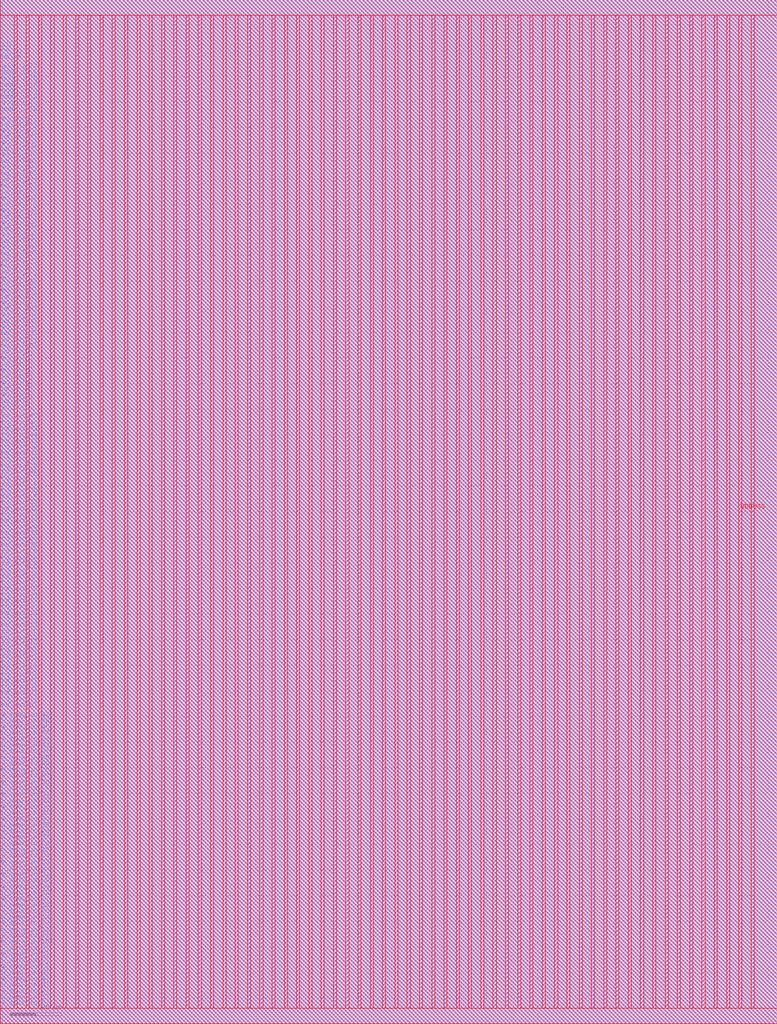
<source format=lef>
VERSION 5.7 ;
BUSBITCHARS "[]" ;
MACRO fakeram130_256x48
  FOREIGN fakeram130_256x48 0 0 ;
  SYMMETRY X Y R90 ;
  SIZE 303.600 BY 399.840 ;
  CLASS BLOCK ;
  PIN w_mask_in[0]
    DIRECTION INPUT ;
    USE SIGNAL ;
    SHAPE ABUTMENT ;
    PORT
      LAYER met3 ;
      RECT 0.000 5.850 0.800 6.150 ;
    END
  END w_mask_in[0]
  PIN w_mask_in[1]
    DIRECTION INPUT ;
    USE SIGNAL ;
    SHAPE ABUTMENT ;
    PORT
      LAYER met3 ;
      RECT 0.000 8.250 0.800 8.550 ;
    END
  END w_mask_in[1]
  PIN w_mask_in[2]
    DIRECTION INPUT ;
    USE SIGNAL ;
    SHAPE ABUTMENT ;
    PORT
      LAYER met3 ;
      RECT 0.000 10.650 0.800 10.950 ;
    END
  END w_mask_in[2]
  PIN w_mask_in[3]
    DIRECTION INPUT ;
    USE SIGNAL ;
    SHAPE ABUTMENT ;
    PORT
      LAYER met3 ;
      RECT 0.000 13.050 0.800 13.350 ;
    END
  END w_mask_in[3]
  PIN w_mask_in[4]
    DIRECTION INPUT ;
    USE SIGNAL ;
    SHAPE ABUTMENT ;
    PORT
      LAYER met3 ;
      RECT 0.000 15.450 0.800 15.750 ;
    END
  END w_mask_in[4]
  PIN w_mask_in[5]
    DIRECTION INPUT ;
    USE SIGNAL ;
    SHAPE ABUTMENT ;
    PORT
      LAYER met3 ;
      RECT 0.000 17.850 0.800 18.150 ;
    END
  END w_mask_in[5]
  PIN w_mask_in[6]
    DIRECTION INPUT ;
    USE SIGNAL ;
    SHAPE ABUTMENT ;
    PORT
      LAYER met3 ;
      RECT 0.000 20.250 0.800 20.550 ;
    END
  END w_mask_in[6]
  PIN w_mask_in[7]
    DIRECTION INPUT ;
    USE SIGNAL ;
    SHAPE ABUTMENT ;
    PORT
      LAYER met3 ;
      RECT 0.000 22.650 0.800 22.950 ;
    END
  END w_mask_in[7]
  PIN w_mask_in[8]
    DIRECTION INPUT ;
    USE SIGNAL ;
    SHAPE ABUTMENT ;
    PORT
      LAYER met3 ;
      RECT 0.000 25.050 0.800 25.350 ;
    END
  END w_mask_in[8]
  PIN w_mask_in[9]
    DIRECTION INPUT ;
    USE SIGNAL ;
    SHAPE ABUTMENT ;
    PORT
      LAYER met3 ;
      RECT 0.000 27.450 0.800 27.750 ;
    END
  END w_mask_in[9]
  PIN w_mask_in[10]
    DIRECTION INPUT ;
    USE SIGNAL ;
    SHAPE ABUTMENT ;
    PORT
      LAYER met3 ;
      RECT 0.000 29.850 0.800 30.150 ;
    END
  END w_mask_in[10]
  PIN w_mask_in[11]
    DIRECTION INPUT ;
    USE SIGNAL ;
    SHAPE ABUTMENT ;
    PORT
      LAYER met3 ;
      RECT 0.000 32.250 0.800 32.550 ;
    END
  END w_mask_in[11]
  PIN w_mask_in[12]
    DIRECTION INPUT ;
    USE SIGNAL ;
    SHAPE ABUTMENT ;
    PORT
      LAYER met3 ;
      RECT 0.000 34.650 0.800 34.950 ;
    END
  END w_mask_in[12]
  PIN w_mask_in[13]
    DIRECTION INPUT ;
    USE SIGNAL ;
    SHAPE ABUTMENT ;
    PORT
      LAYER met3 ;
      RECT 0.000 37.050 0.800 37.350 ;
    END
  END w_mask_in[13]
  PIN w_mask_in[14]
    DIRECTION INPUT ;
    USE SIGNAL ;
    SHAPE ABUTMENT ;
    PORT
      LAYER met3 ;
      RECT 0.000 39.450 0.800 39.750 ;
    END
  END w_mask_in[14]
  PIN w_mask_in[15]
    DIRECTION INPUT ;
    USE SIGNAL ;
    SHAPE ABUTMENT ;
    PORT
      LAYER met3 ;
      RECT 0.000 41.850 0.800 42.150 ;
    END
  END w_mask_in[15]
  PIN w_mask_in[16]
    DIRECTION INPUT ;
    USE SIGNAL ;
    SHAPE ABUTMENT ;
    PORT
      LAYER met3 ;
      RECT 0.000 44.250 0.800 44.550 ;
    END
  END w_mask_in[16]
  PIN w_mask_in[17]
    DIRECTION INPUT ;
    USE SIGNAL ;
    SHAPE ABUTMENT ;
    PORT
      LAYER met3 ;
      RECT 0.000 46.650 0.800 46.950 ;
    END
  END w_mask_in[17]
  PIN w_mask_in[18]
    DIRECTION INPUT ;
    USE SIGNAL ;
    SHAPE ABUTMENT ;
    PORT
      LAYER met3 ;
      RECT 0.000 49.050 0.800 49.350 ;
    END
  END w_mask_in[18]
  PIN w_mask_in[19]
    DIRECTION INPUT ;
    USE SIGNAL ;
    SHAPE ABUTMENT ;
    PORT
      LAYER met3 ;
      RECT 0.000 51.450 0.800 51.750 ;
    END
  END w_mask_in[19]
  PIN w_mask_in[20]
    DIRECTION INPUT ;
    USE SIGNAL ;
    SHAPE ABUTMENT ;
    PORT
      LAYER met3 ;
      RECT 0.000 53.850 0.800 54.150 ;
    END
  END w_mask_in[20]
  PIN w_mask_in[21]
    DIRECTION INPUT ;
    USE SIGNAL ;
    SHAPE ABUTMENT ;
    PORT
      LAYER met3 ;
      RECT 0.000 56.250 0.800 56.550 ;
    END
  END w_mask_in[21]
  PIN w_mask_in[22]
    DIRECTION INPUT ;
    USE SIGNAL ;
    SHAPE ABUTMENT ;
    PORT
      LAYER met3 ;
      RECT 0.000 58.650 0.800 58.950 ;
    END
  END w_mask_in[22]
  PIN w_mask_in[23]
    DIRECTION INPUT ;
    USE SIGNAL ;
    SHAPE ABUTMENT ;
    PORT
      LAYER met3 ;
      RECT 0.000 61.050 0.800 61.350 ;
    END
  END w_mask_in[23]
  PIN w_mask_in[24]
    DIRECTION INPUT ;
    USE SIGNAL ;
    SHAPE ABUTMENT ;
    PORT
      LAYER met3 ;
      RECT 0.000 63.450 0.800 63.750 ;
    END
  END w_mask_in[24]
  PIN w_mask_in[25]
    DIRECTION INPUT ;
    USE SIGNAL ;
    SHAPE ABUTMENT ;
    PORT
      LAYER met3 ;
      RECT 0.000 65.850 0.800 66.150 ;
    END
  END w_mask_in[25]
  PIN w_mask_in[26]
    DIRECTION INPUT ;
    USE SIGNAL ;
    SHAPE ABUTMENT ;
    PORT
      LAYER met3 ;
      RECT 0.000 68.250 0.800 68.550 ;
    END
  END w_mask_in[26]
  PIN w_mask_in[27]
    DIRECTION INPUT ;
    USE SIGNAL ;
    SHAPE ABUTMENT ;
    PORT
      LAYER met3 ;
      RECT 0.000 70.650 0.800 70.950 ;
    END
  END w_mask_in[27]
  PIN w_mask_in[28]
    DIRECTION INPUT ;
    USE SIGNAL ;
    SHAPE ABUTMENT ;
    PORT
      LAYER met3 ;
      RECT 0.000 73.050 0.800 73.350 ;
    END
  END w_mask_in[28]
  PIN w_mask_in[29]
    DIRECTION INPUT ;
    USE SIGNAL ;
    SHAPE ABUTMENT ;
    PORT
      LAYER met3 ;
      RECT 0.000 75.450 0.800 75.750 ;
    END
  END w_mask_in[29]
  PIN w_mask_in[30]
    DIRECTION INPUT ;
    USE SIGNAL ;
    SHAPE ABUTMENT ;
    PORT
      LAYER met3 ;
      RECT 0.000 77.850 0.800 78.150 ;
    END
  END w_mask_in[30]
  PIN w_mask_in[31]
    DIRECTION INPUT ;
    USE SIGNAL ;
    SHAPE ABUTMENT ;
    PORT
      LAYER met3 ;
      RECT 0.000 80.250 0.800 80.550 ;
    END
  END w_mask_in[31]
  PIN w_mask_in[32]
    DIRECTION INPUT ;
    USE SIGNAL ;
    SHAPE ABUTMENT ;
    PORT
      LAYER met3 ;
      RECT 0.000 82.650 0.800 82.950 ;
    END
  END w_mask_in[32]
  PIN w_mask_in[33]
    DIRECTION INPUT ;
    USE SIGNAL ;
    SHAPE ABUTMENT ;
    PORT
      LAYER met3 ;
      RECT 0.000 85.050 0.800 85.350 ;
    END
  END w_mask_in[33]
  PIN w_mask_in[34]
    DIRECTION INPUT ;
    USE SIGNAL ;
    SHAPE ABUTMENT ;
    PORT
      LAYER met3 ;
      RECT 0.000 87.450 0.800 87.750 ;
    END
  END w_mask_in[34]
  PIN w_mask_in[35]
    DIRECTION INPUT ;
    USE SIGNAL ;
    SHAPE ABUTMENT ;
    PORT
      LAYER met3 ;
      RECT 0.000 89.850 0.800 90.150 ;
    END
  END w_mask_in[35]
  PIN w_mask_in[36]
    DIRECTION INPUT ;
    USE SIGNAL ;
    SHAPE ABUTMENT ;
    PORT
      LAYER met3 ;
      RECT 0.000 92.250 0.800 92.550 ;
    END
  END w_mask_in[36]
  PIN w_mask_in[37]
    DIRECTION INPUT ;
    USE SIGNAL ;
    SHAPE ABUTMENT ;
    PORT
      LAYER met3 ;
      RECT 0.000 94.650 0.800 94.950 ;
    END
  END w_mask_in[37]
  PIN w_mask_in[38]
    DIRECTION INPUT ;
    USE SIGNAL ;
    SHAPE ABUTMENT ;
    PORT
      LAYER met3 ;
      RECT 0.000 97.050 0.800 97.350 ;
    END
  END w_mask_in[38]
  PIN w_mask_in[39]
    DIRECTION INPUT ;
    USE SIGNAL ;
    SHAPE ABUTMENT ;
    PORT
      LAYER met3 ;
      RECT 0.000 99.450 0.800 99.750 ;
    END
  END w_mask_in[39]
  PIN w_mask_in[40]
    DIRECTION INPUT ;
    USE SIGNAL ;
    SHAPE ABUTMENT ;
    PORT
      LAYER met3 ;
      RECT 0.000 101.850 0.800 102.150 ;
    END
  END w_mask_in[40]
  PIN w_mask_in[41]
    DIRECTION INPUT ;
    USE SIGNAL ;
    SHAPE ABUTMENT ;
    PORT
      LAYER met3 ;
      RECT 0.000 104.250 0.800 104.550 ;
    END
  END w_mask_in[41]
  PIN w_mask_in[42]
    DIRECTION INPUT ;
    USE SIGNAL ;
    SHAPE ABUTMENT ;
    PORT
      LAYER met3 ;
      RECT 0.000 106.650 0.800 106.950 ;
    END
  END w_mask_in[42]
  PIN w_mask_in[43]
    DIRECTION INPUT ;
    USE SIGNAL ;
    SHAPE ABUTMENT ;
    PORT
      LAYER met3 ;
      RECT 0.000 109.050 0.800 109.350 ;
    END
  END w_mask_in[43]
  PIN w_mask_in[44]
    DIRECTION INPUT ;
    USE SIGNAL ;
    SHAPE ABUTMENT ;
    PORT
      LAYER met3 ;
      RECT 0.000 111.450 0.800 111.750 ;
    END
  END w_mask_in[44]
  PIN w_mask_in[45]
    DIRECTION INPUT ;
    USE SIGNAL ;
    SHAPE ABUTMENT ;
    PORT
      LAYER met3 ;
      RECT 0.000 113.850 0.800 114.150 ;
    END
  END w_mask_in[45]
  PIN w_mask_in[46]
    DIRECTION INPUT ;
    USE SIGNAL ;
    SHAPE ABUTMENT ;
    PORT
      LAYER met3 ;
      RECT 0.000 116.250 0.800 116.550 ;
    END
  END w_mask_in[46]
  PIN w_mask_in[47]
    DIRECTION INPUT ;
    USE SIGNAL ;
    SHAPE ABUTMENT ;
    PORT
      LAYER met3 ;
      RECT 0.000 118.650 0.800 118.950 ;
    END
  END w_mask_in[47]
  PIN rd_out[0]
    DIRECTION OUTPUT ;
    USE SIGNAL ;
    SHAPE ABUTMENT ;
    PORT
      LAYER met3 ;
      RECT 0.000 122.250 0.800 122.550 ;
    END
  END rd_out[0]
  PIN rd_out[1]
    DIRECTION OUTPUT ;
    USE SIGNAL ;
    SHAPE ABUTMENT ;
    PORT
      LAYER met3 ;
      RECT 0.000 124.650 0.800 124.950 ;
    END
  END rd_out[1]
  PIN rd_out[2]
    DIRECTION OUTPUT ;
    USE SIGNAL ;
    SHAPE ABUTMENT ;
    PORT
      LAYER met3 ;
      RECT 0.000 127.050 0.800 127.350 ;
    END
  END rd_out[2]
  PIN rd_out[3]
    DIRECTION OUTPUT ;
    USE SIGNAL ;
    SHAPE ABUTMENT ;
    PORT
      LAYER met3 ;
      RECT 0.000 129.450 0.800 129.750 ;
    END
  END rd_out[3]
  PIN rd_out[4]
    DIRECTION OUTPUT ;
    USE SIGNAL ;
    SHAPE ABUTMENT ;
    PORT
      LAYER met3 ;
      RECT 0.000 131.850 0.800 132.150 ;
    END
  END rd_out[4]
  PIN rd_out[5]
    DIRECTION OUTPUT ;
    USE SIGNAL ;
    SHAPE ABUTMENT ;
    PORT
      LAYER met3 ;
      RECT 0.000 134.250 0.800 134.550 ;
    END
  END rd_out[5]
  PIN rd_out[6]
    DIRECTION OUTPUT ;
    USE SIGNAL ;
    SHAPE ABUTMENT ;
    PORT
      LAYER met3 ;
      RECT 0.000 136.650 0.800 136.950 ;
    END
  END rd_out[6]
  PIN rd_out[7]
    DIRECTION OUTPUT ;
    USE SIGNAL ;
    SHAPE ABUTMENT ;
    PORT
      LAYER met3 ;
      RECT 0.000 139.050 0.800 139.350 ;
    END
  END rd_out[7]
  PIN rd_out[8]
    DIRECTION OUTPUT ;
    USE SIGNAL ;
    SHAPE ABUTMENT ;
    PORT
      LAYER met3 ;
      RECT 0.000 141.450 0.800 141.750 ;
    END
  END rd_out[8]
  PIN rd_out[9]
    DIRECTION OUTPUT ;
    USE SIGNAL ;
    SHAPE ABUTMENT ;
    PORT
      LAYER met3 ;
      RECT 0.000 143.850 0.800 144.150 ;
    END
  END rd_out[9]
  PIN rd_out[10]
    DIRECTION OUTPUT ;
    USE SIGNAL ;
    SHAPE ABUTMENT ;
    PORT
      LAYER met3 ;
      RECT 0.000 146.250 0.800 146.550 ;
    END
  END rd_out[10]
  PIN rd_out[11]
    DIRECTION OUTPUT ;
    USE SIGNAL ;
    SHAPE ABUTMENT ;
    PORT
      LAYER met3 ;
      RECT 0.000 148.650 0.800 148.950 ;
    END
  END rd_out[11]
  PIN rd_out[12]
    DIRECTION OUTPUT ;
    USE SIGNAL ;
    SHAPE ABUTMENT ;
    PORT
      LAYER met3 ;
      RECT 0.000 151.050 0.800 151.350 ;
    END
  END rd_out[12]
  PIN rd_out[13]
    DIRECTION OUTPUT ;
    USE SIGNAL ;
    SHAPE ABUTMENT ;
    PORT
      LAYER met3 ;
      RECT 0.000 153.450 0.800 153.750 ;
    END
  END rd_out[13]
  PIN rd_out[14]
    DIRECTION OUTPUT ;
    USE SIGNAL ;
    SHAPE ABUTMENT ;
    PORT
      LAYER met3 ;
      RECT 0.000 155.850 0.800 156.150 ;
    END
  END rd_out[14]
  PIN rd_out[15]
    DIRECTION OUTPUT ;
    USE SIGNAL ;
    SHAPE ABUTMENT ;
    PORT
      LAYER met3 ;
      RECT 0.000 158.250 0.800 158.550 ;
    END
  END rd_out[15]
  PIN rd_out[16]
    DIRECTION OUTPUT ;
    USE SIGNAL ;
    SHAPE ABUTMENT ;
    PORT
      LAYER met3 ;
      RECT 0.000 160.650 0.800 160.950 ;
    END
  END rd_out[16]
  PIN rd_out[17]
    DIRECTION OUTPUT ;
    USE SIGNAL ;
    SHAPE ABUTMENT ;
    PORT
      LAYER met3 ;
      RECT 0.000 163.050 0.800 163.350 ;
    END
  END rd_out[17]
  PIN rd_out[18]
    DIRECTION OUTPUT ;
    USE SIGNAL ;
    SHAPE ABUTMENT ;
    PORT
      LAYER met3 ;
      RECT 0.000 165.450 0.800 165.750 ;
    END
  END rd_out[18]
  PIN rd_out[19]
    DIRECTION OUTPUT ;
    USE SIGNAL ;
    SHAPE ABUTMENT ;
    PORT
      LAYER met3 ;
      RECT 0.000 167.850 0.800 168.150 ;
    END
  END rd_out[19]
  PIN rd_out[20]
    DIRECTION OUTPUT ;
    USE SIGNAL ;
    SHAPE ABUTMENT ;
    PORT
      LAYER met3 ;
      RECT 0.000 170.250 0.800 170.550 ;
    END
  END rd_out[20]
  PIN rd_out[21]
    DIRECTION OUTPUT ;
    USE SIGNAL ;
    SHAPE ABUTMENT ;
    PORT
      LAYER met3 ;
      RECT 0.000 172.650 0.800 172.950 ;
    END
  END rd_out[21]
  PIN rd_out[22]
    DIRECTION OUTPUT ;
    USE SIGNAL ;
    SHAPE ABUTMENT ;
    PORT
      LAYER met3 ;
      RECT 0.000 175.050 0.800 175.350 ;
    END
  END rd_out[22]
  PIN rd_out[23]
    DIRECTION OUTPUT ;
    USE SIGNAL ;
    SHAPE ABUTMENT ;
    PORT
      LAYER met3 ;
      RECT 0.000 177.450 0.800 177.750 ;
    END
  END rd_out[23]
  PIN rd_out[24]
    DIRECTION OUTPUT ;
    USE SIGNAL ;
    SHAPE ABUTMENT ;
    PORT
      LAYER met3 ;
      RECT 0.000 179.850 0.800 180.150 ;
    END
  END rd_out[24]
  PIN rd_out[25]
    DIRECTION OUTPUT ;
    USE SIGNAL ;
    SHAPE ABUTMENT ;
    PORT
      LAYER met3 ;
      RECT 0.000 182.250 0.800 182.550 ;
    END
  END rd_out[25]
  PIN rd_out[26]
    DIRECTION OUTPUT ;
    USE SIGNAL ;
    SHAPE ABUTMENT ;
    PORT
      LAYER met3 ;
      RECT 0.000 184.650 0.800 184.950 ;
    END
  END rd_out[26]
  PIN rd_out[27]
    DIRECTION OUTPUT ;
    USE SIGNAL ;
    SHAPE ABUTMENT ;
    PORT
      LAYER met3 ;
      RECT 0.000 187.050 0.800 187.350 ;
    END
  END rd_out[27]
  PIN rd_out[28]
    DIRECTION OUTPUT ;
    USE SIGNAL ;
    SHAPE ABUTMENT ;
    PORT
      LAYER met3 ;
      RECT 0.000 189.450 0.800 189.750 ;
    END
  END rd_out[28]
  PIN rd_out[29]
    DIRECTION OUTPUT ;
    USE SIGNAL ;
    SHAPE ABUTMENT ;
    PORT
      LAYER met3 ;
      RECT 0.000 191.850 0.800 192.150 ;
    END
  END rd_out[29]
  PIN rd_out[30]
    DIRECTION OUTPUT ;
    USE SIGNAL ;
    SHAPE ABUTMENT ;
    PORT
      LAYER met3 ;
      RECT 0.000 194.250 0.800 194.550 ;
    END
  END rd_out[30]
  PIN rd_out[31]
    DIRECTION OUTPUT ;
    USE SIGNAL ;
    SHAPE ABUTMENT ;
    PORT
      LAYER met3 ;
      RECT 0.000 196.650 0.800 196.950 ;
    END
  END rd_out[31]
  PIN rd_out[32]
    DIRECTION OUTPUT ;
    USE SIGNAL ;
    SHAPE ABUTMENT ;
    PORT
      LAYER met3 ;
      RECT 0.000 199.050 0.800 199.350 ;
    END
  END rd_out[32]
  PIN rd_out[33]
    DIRECTION OUTPUT ;
    USE SIGNAL ;
    SHAPE ABUTMENT ;
    PORT
      LAYER met3 ;
      RECT 0.000 201.450 0.800 201.750 ;
    END
  END rd_out[33]
  PIN rd_out[34]
    DIRECTION OUTPUT ;
    USE SIGNAL ;
    SHAPE ABUTMENT ;
    PORT
      LAYER met3 ;
      RECT 0.000 203.850 0.800 204.150 ;
    END
  END rd_out[34]
  PIN rd_out[35]
    DIRECTION OUTPUT ;
    USE SIGNAL ;
    SHAPE ABUTMENT ;
    PORT
      LAYER met3 ;
      RECT 0.000 206.250 0.800 206.550 ;
    END
  END rd_out[35]
  PIN rd_out[36]
    DIRECTION OUTPUT ;
    USE SIGNAL ;
    SHAPE ABUTMENT ;
    PORT
      LAYER met3 ;
      RECT 0.000 208.650 0.800 208.950 ;
    END
  END rd_out[36]
  PIN rd_out[37]
    DIRECTION OUTPUT ;
    USE SIGNAL ;
    SHAPE ABUTMENT ;
    PORT
      LAYER met3 ;
      RECT 0.000 211.050 0.800 211.350 ;
    END
  END rd_out[37]
  PIN rd_out[38]
    DIRECTION OUTPUT ;
    USE SIGNAL ;
    SHAPE ABUTMENT ;
    PORT
      LAYER met3 ;
      RECT 0.000 213.450 0.800 213.750 ;
    END
  END rd_out[38]
  PIN rd_out[39]
    DIRECTION OUTPUT ;
    USE SIGNAL ;
    SHAPE ABUTMENT ;
    PORT
      LAYER met3 ;
      RECT 0.000 215.850 0.800 216.150 ;
    END
  END rd_out[39]
  PIN rd_out[40]
    DIRECTION OUTPUT ;
    USE SIGNAL ;
    SHAPE ABUTMENT ;
    PORT
      LAYER met3 ;
      RECT 0.000 218.250 0.800 218.550 ;
    END
  END rd_out[40]
  PIN rd_out[41]
    DIRECTION OUTPUT ;
    USE SIGNAL ;
    SHAPE ABUTMENT ;
    PORT
      LAYER met3 ;
      RECT 0.000 220.650 0.800 220.950 ;
    END
  END rd_out[41]
  PIN rd_out[42]
    DIRECTION OUTPUT ;
    USE SIGNAL ;
    SHAPE ABUTMENT ;
    PORT
      LAYER met3 ;
      RECT 0.000 223.050 0.800 223.350 ;
    END
  END rd_out[42]
  PIN rd_out[43]
    DIRECTION OUTPUT ;
    USE SIGNAL ;
    SHAPE ABUTMENT ;
    PORT
      LAYER met3 ;
      RECT 0.000 225.450 0.800 225.750 ;
    END
  END rd_out[43]
  PIN rd_out[44]
    DIRECTION OUTPUT ;
    USE SIGNAL ;
    SHAPE ABUTMENT ;
    PORT
      LAYER met3 ;
      RECT 0.000 227.850 0.800 228.150 ;
    END
  END rd_out[44]
  PIN rd_out[45]
    DIRECTION OUTPUT ;
    USE SIGNAL ;
    SHAPE ABUTMENT ;
    PORT
      LAYER met3 ;
      RECT 0.000 230.250 0.800 230.550 ;
    END
  END rd_out[45]
  PIN rd_out[46]
    DIRECTION OUTPUT ;
    USE SIGNAL ;
    SHAPE ABUTMENT ;
    PORT
      LAYER met3 ;
      RECT 0.000 232.650 0.800 232.950 ;
    END
  END rd_out[46]
  PIN rd_out[47]
    DIRECTION OUTPUT ;
    USE SIGNAL ;
    SHAPE ABUTMENT ;
    PORT
      LAYER met3 ;
      RECT 0.000 235.050 0.800 235.350 ;
    END
  END rd_out[47]
  PIN wd_in[0]
    DIRECTION INPUT ;
    USE SIGNAL ;
    SHAPE ABUTMENT ;
    PORT
      LAYER met3 ;
      RECT 0.000 238.650 0.800 238.950 ;
    END
  END wd_in[0]
  PIN wd_in[1]
    DIRECTION INPUT ;
    USE SIGNAL ;
    SHAPE ABUTMENT ;
    PORT
      LAYER met3 ;
      RECT 0.000 241.050 0.800 241.350 ;
    END
  END wd_in[1]
  PIN wd_in[2]
    DIRECTION INPUT ;
    USE SIGNAL ;
    SHAPE ABUTMENT ;
    PORT
      LAYER met3 ;
      RECT 0.000 243.450 0.800 243.750 ;
    END
  END wd_in[2]
  PIN wd_in[3]
    DIRECTION INPUT ;
    USE SIGNAL ;
    SHAPE ABUTMENT ;
    PORT
      LAYER met3 ;
      RECT 0.000 245.850 0.800 246.150 ;
    END
  END wd_in[3]
  PIN wd_in[4]
    DIRECTION INPUT ;
    USE SIGNAL ;
    SHAPE ABUTMENT ;
    PORT
      LAYER met3 ;
      RECT 0.000 248.250 0.800 248.550 ;
    END
  END wd_in[4]
  PIN wd_in[5]
    DIRECTION INPUT ;
    USE SIGNAL ;
    SHAPE ABUTMENT ;
    PORT
      LAYER met3 ;
      RECT 0.000 250.650 0.800 250.950 ;
    END
  END wd_in[5]
  PIN wd_in[6]
    DIRECTION INPUT ;
    USE SIGNAL ;
    SHAPE ABUTMENT ;
    PORT
      LAYER met3 ;
      RECT 0.000 253.050 0.800 253.350 ;
    END
  END wd_in[6]
  PIN wd_in[7]
    DIRECTION INPUT ;
    USE SIGNAL ;
    SHAPE ABUTMENT ;
    PORT
      LAYER met3 ;
      RECT 0.000 255.450 0.800 255.750 ;
    END
  END wd_in[7]
  PIN wd_in[8]
    DIRECTION INPUT ;
    USE SIGNAL ;
    SHAPE ABUTMENT ;
    PORT
      LAYER met3 ;
      RECT 0.000 257.850 0.800 258.150 ;
    END
  END wd_in[8]
  PIN wd_in[9]
    DIRECTION INPUT ;
    USE SIGNAL ;
    SHAPE ABUTMENT ;
    PORT
      LAYER met3 ;
      RECT 0.000 260.250 0.800 260.550 ;
    END
  END wd_in[9]
  PIN wd_in[10]
    DIRECTION INPUT ;
    USE SIGNAL ;
    SHAPE ABUTMENT ;
    PORT
      LAYER met3 ;
      RECT 0.000 262.650 0.800 262.950 ;
    END
  END wd_in[10]
  PIN wd_in[11]
    DIRECTION INPUT ;
    USE SIGNAL ;
    SHAPE ABUTMENT ;
    PORT
      LAYER met3 ;
      RECT 0.000 265.050 0.800 265.350 ;
    END
  END wd_in[11]
  PIN wd_in[12]
    DIRECTION INPUT ;
    USE SIGNAL ;
    SHAPE ABUTMENT ;
    PORT
      LAYER met3 ;
      RECT 0.000 267.450 0.800 267.750 ;
    END
  END wd_in[12]
  PIN wd_in[13]
    DIRECTION INPUT ;
    USE SIGNAL ;
    SHAPE ABUTMENT ;
    PORT
      LAYER met3 ;
      RECT 0.000 269.850 0.800 270.150 ;
    END
  END wd_in[13]
  PIN wd_in[14]
    DIRECTION INPUT ;
    USE SIGNAL ;
    SHAPE ABUTMENT ;
    PORT
      LAYER met3 ;
      RECT 0.000 272.250 0.800 272.550 ;
    END
  END wd_in[14]
  PIN wd_in[15]
    DIRECTION INPUT ;
    USE SIGNAL ;
    SHAPE ABUTMENT ;
    PORT
      LAYER met3 ;
      RECT 0.000 274.650 0.800 274.950 ;
    END
  END wd_in[15]
  PIN wd_in[16]
    DIRECTION INPUT ;
    USE SIGNAL ;
    SHAPE ABUTMENT ;
    PORT
      LAYER met3 ;
      RECT 0.000 277.050 0.800 277.350 ;
    END
  END wd_in[16]
  PIN wd_in[17]
    DIRECTION INPUT ;
    USE SIGNAL ;
    SHAPE ABUTMENT ;
    PORT
      LAYER met3 ;
      RECT 0.000 279.450 0.800 279.750 ;
    END
  END wd_in[17]
  PIN wd_in[18]
    DIRECTION INPUT ;
    USE SIGNAL ;
    SHAPE ABUTMENT ;
    PORT
      LAYER met3 ;
      RECT 0.000 281.850 0.800 282.150 ;
    END
  END wd_in[18]
  PIN wd_in[19]
    DIRECTION INPUT ;
    USE SIGNAL ;
    SHAPE ABUTMENT ;
    PORT
      LAYER met3 ;
      RECT 0.000 284.250 0.800 284.550 ;
    END
  END wd_in[19]
  PIN wd_in[20]
    DIRECTION INPUT ;
    USE SIGNAL ;
    SHAPE ABUTMENT ;
    PORT
      LAYER met3 ;
      RECT 0.000 286.650 0.800 286.950 ;
    END
  END wd_in[20]
  PIN wd_in[21]
    DIRECTION INPUT ;
    USE SIGNAL ;
    SHAPE ABUTMENT ;
    PORT
      LAYER met3 ;
      RECT 0.000 289.050 0.800 289.350 ;
    END
  END wd_in[21]
  PIN wd_in[22]
    DIRECTION INPUT ;
    USE SIGNAL ;
    SHAPE ABUTMENT ;
    PORT
      LAYER met3 ;
      RECT 0.000 291.450 0.800 291.750 ;
    END
  END wd_in[22]
  PIN wd_in[23]
    DIRECTION INPUT ;
    USE SIGNAL ;
    SHAPE ABUTMENT ;
    PORT
      LAYER met3 ;
      RECT 0.000 293.850 0.800 294.150 ;
    END
  END wd_in[23]
  PIN wd_in[24]
    DIRECTION INPUT ;
    USE SIGNAL ;
    SHAPE ABUTMENT ;
    PORT
      LAYER met3 ;
      RECT 0.000 296.250 0.800 296.550 ;
    END
  END wd_in[24]
  PIN wd_in[25]
    DIRECTION INPUT ;
    USE SIGNAL ;
    SHAPE ABUTMENT ;
    PORT
      LAYER met3 ;
      RECT 0.000 298.650 0.800 298.950 ;
    END
  END wd_in[25]
  PIN wd_in[26]
    DIRECTION INPUT ;
    USE SIGNAL ;
    SHAPE ABUTMENT ;
    PORT
      LAYER met3 ;
      RECT 0.000 301.050 0.800 301.350 ;
    END
  END wd_in[26]
  PIN wd_in[27]
    DIRECTION INPUT ;
    USE SIGNAL ;
    SHAPE ABUTMENT ;
    PORT
      LAYER met3 ;
      RECT 0.000 303.450 0.800 303.750 ;
    END
  END wd_in[27]
  PIN wd_in[28]
    DIRECTION INPUT ;
    USE SIGNAL ;
    SHAPE ABUTMENT ;
    PORT
      LAYER met3 ;
      RECT 0.000 305.850 0.800 306.150 ;
    END
  END wd_in[28]
  PIN wd_in[29]
    DIRECTION INPUT ;
    USE SIGNAL ;
    SHAPE ABUTMENT ;
    PORT
      LAYER met3 ;
      RECT 0.000 308.250 0.800 308.550 ;
    END
  END wd_in[29]
  PIN wd_in[30]
    DIRECTION INPUT ;
    USE SIGNAL ;
    SHAPE ABUTMENT ;
    PORT
      LAYER met3 ;
      RECT 0.000 310.650 0.800 310.950 ;
    END
  END wd_in[30]
  PIN wd_in[31]
    DIRECTION INPUT ;
    USE SIGNAL ;
    SHAPE ABUTMENT ;
    PORT
      LAYER met3 ;
      RECT 0.000 313.050 0.800 313.350 ;
    END
  END wd_in[31]
  PIN wd_in[32]
    DIRECTION INPUT ;
    USE SIGNAL ;
    SHAPE ABUTMENT ;
    PORT
      LAYER met3 ;
      RECT 0.000 315.450 0.800 315.750 ;
    END
  END wd_in[32]
  PIN wd_in[33]
    DIRECTION INPUT ;
    USE SIGNAL ;
    SHAPE ABUTMENT ;
    PORT
      LAYER met3 ;
      RECT 0.000 317.850 0.800 318.150 ;
    END
  END wd_in[33]
  PIN wd_in[34]
    DIRECTION INPUT ;
    USE SIGNAL ;
    SHAPE ABUTMENT ;
    PORT
      LAYER met3 ;
      RECT 0.000 320.250 0.800 320.550 ;
    END
  END wd_in[34]
  PIN wd_in[35]
    DIRECTION INPUT ;
    USE SIGNAL ;
    SHAPE ABUTMENT ;
    PORT
      LAYER met3 ;
      RECT 0.000 322.650 0.800 322.950 ;
    END
  END wd_in[35]
  PIN wd_in[36]
    DIRECTION INPUT ;
    USE SIGNAL ;
    SHAPE ABUTMENT ;
    PORT
      LAYER met3 ;
      RECT 0.000 325.050 0.800 325.350 ;
    END
  END wd_in[36]
  PIN wd_in[37]
    DIRECTION INPUT ;
    USE SIGNAL ;
    SHAPE ABUTMENT ;
    PORT
      LAYER met3 ;
      RECT 0.000 327.450 0.800 327.750 ;
    END
  END wd_in[37]
  PIN wd_in[38]
    DIRECTION INPUT ;
    USE SIGNAL ;
    SHAPE ABUTMENT ;
    PORT
      LAYER met3 ;
      RECT 0.000 329.850 0.800 330.150 ;
    END
  END wd_in[38]
  PIN wd_in[39]
    DIRECTION INPUT ;
    USE SIGNAL ;
    SHAPE ABUTMENT ;
    PORT
      LAYER met3 ;
      RECT 0.000 332.250 0.800 332.550 ;
    END
  END wd_in[39]
  PIN wd_in[40]
    DIRECTION INPUT ;
    USE SIGNAL ;
    SHAPE ABUTMENT ;
    PORT
      LAYER met3 ;
      RECT 0.000 334.650 0.800 334.950 ;
    END
  END wd_in[40]
  PIN wd_in[41]
    DIRECTION INPUT ;
    USE SIGNAL ;
    SHAPE ABUTMENT ;
    PORT
      LAYER met3 ;
      RECT 0.000 337.050 0.800 337.350 ;
    END
  END wd_in[41]
  PIN wd_in[42]
    DIRECTION INPUT ;
    USE SIGNAL ;
    SHAPE ABUTMENT ;
    PORT
      LAYER met3 ;
      RECT 0.000 339.450 0.800 339.750 ;
    END
  END wd_in[42]
  PIN wd_in[43]
    DIRECTION INPUT ;
    USE SIGNAL ;
    SHAPE ABUTMENT ;
    PORT
      LAYER met3 ;
      RECT 0.000 341.850 0.800 342.150 ;
    END
  END wd_in[43]
  PIN wd_in[44]
    DIRECTION INPUT ;
    USE SIGNAL ;
    SHAPE ABUTMENT ;
    PORT
      LAYER met3 ;
      RECT 0.000 344.250 0.800 344.550 ;
    END
  END wd_in[44]
  PIN wd_in[45]
    DIRECTION INPUT ;
    USE SIGNAL ;
    SHAPE ABUTMENT ;
    PORT
      LAYER met3 ;
      RECT 0.000 346.650 0.800 346.950 ;
    END
  END wd_in[45]
  PIN wd_in[46]
    DIRECTION INPUT ;
    USE SIGNAL ;
    SHAPE ABUTMENT ;
    PORT
      LAYER met3 ;
      RECT 0.000 349.050 0.800 349.350 ;
    END
  END wd_in[46]
  PIN wd_in[47]
    DIRECTION INPUT ;
    USE SIGNAL ;
    SHAPE ABUTMENT ;
    PORT
      LAYER met3 ;
      RECT 0.000 351.450 0.800 351.750 ;
    END
  END wd_in[47]
  PIN addr_in[0]
    DIRECTION INPUT ;
    USE SIGNAL ;
    SHAPE ABUTMENT ;
    PORT
      LAYER met3 ;
      RECT 0.000 355.050 0.800 355.350 ;
    END
  END addr_in[0]
  PIN addr_in[1]
    DIRECTION INPUT ;
    USE SIGNAL ;
    SHAPE ABUTMENT ;
    PORT
      LAYER met3 ;
      RECT 0.000 357.450 0.800 357.750 ;
    END
  END addr_in[1]
  PIN addr_in[2]
    DIRECTION INPUT ;
    USE SIGNAL ;
    SHAPE ABUTMENT ;
    PORT
      LAYER met3 ;
      RECT 0.000 359.850 0.800 360.150 ;
    END
  END addr_in[2]
  PIN addr_in[3]
    DIRECTION INPUT ;
    USE SIGNAL ;
    SHAPE ABUTMENT ;
    PORT
      LAYER met3 ;
      RECT 0.000 362.250 0.800 362.550 ;
    END
  END addr_in[3]
  PIN addr_in[4]
    DIRECTION INPUT ;
    USE SIGNAL ;
    SHAPE ABUTMENT ;
    PORT
      LAYER met3 ;
      RECT 0.000 364.650 0.800 364.950 ;
    END
  END addr_in[4]
  PIN addr_in[5]
    DIRECTION INPUT ;
    USE SIGNAL ;
    SHAPE ABUTMENT ;
    PORT
      LAYER met3 ;
      RECT 0.000 367.050 0.800 367.350 ;
    END
  END addr_in[5]
  PIN addr_in[6]
    DIRECTION INPUT ;
    USE SIGNAL ;
    SHAPE ABUTMENT ;
    PORT
      LAYER met3 ;
      RECT 0.000 369.450 0.800 369.750 ;
    END
  END addr_in[6]
  PIN addr_in[7]
    DIRECTION INPUT ;
    USE SIGNAL ;
    SHAPE ABUTMENT ;
    PORT
      LAYER met3 ;
      RECT 0.000 371.850 0.800 372.150 ;
    END
  END addr_in[7]
  PIN we_in
    DIRECTION INPUT ;
    USE SIGNAL ;
    SHAPE ABUTMENT ;
    PORT
      LAYER met3 ;
      RECT 0.000 375.450 0.800 375.750 ;
    END
  END we_in
  PIN ce_in
    DIRECTION INPUT ;
    USE SIGNAL ;
    SHAPE ABUTMENT ;
    PORT
      LAYER met3 ;
      RECT 0.000 377.850 0.800 378.150 ;
    END
  END ce_in
  PIN clk
    DIRECTION INPUT ;
    USE SIGNAL ;
    SHAPE ABUTMENT ;
    PORT
      LAYER met3 ;
      RECT 0.000 380.250 0.800 380.550 ;
    END
  END clk
  PIN VSS
    DIRECTION INOUT ;
    USE GROUND ;
    PORT
      LAYER met4 ;
      RECT 5.400 6.000 6.600 393.840 ;
      RECT 15.000 6.000 16.200 393.840 ;
      RECT 24.600 6.000 25.800 393.840 ;
      RECT 34.200 6.000 35.400 393.840 ;
      RECT 43.800 6.000 45.000 393.840 ;
      RECT 53.400 6.000 54.600 393.840 ;
      RECT 63.000 6.000 64.200 393.840 ;
      RECT 72.600 6.000 73.800 393.840 ;
      RECT 82.200 6.000 83.400 393.840 ;
      RECT 91.800 6.000 93.000 393.840 ;
      RECT 101.400 6.000 102.600 393.840 ;
      RECT 111.000 6.000 112.200 393.840 ;
      RECT 120.600 6.000 121.800 393.840 ;
      RECT 130.200 6.000 131.400 393.840 ;
      RECT 139.800 6.000 141.000 393.840 ;
      RECT 149.400 6.000 150.600 393.840 ;
      RECT 159.000 6.000 160.200 393.840 ;
      RECT 168.600 6.000 169.800 393.840 ;
      RECT 178.200 6.000 179.400 393.840 ;
      RECT 187.800 6.000 189.000 393.840 ;
      RECT 197.400 6.000 198.600 393.840 ;
      RECT 207.000 6.000 208.200 393.840 ;
      RECT 216.600 6.000 217.800 393.840 ;
      RECT 226.200 6.000 227.400 393.840 ;
      RECT 235.800 6.000 237.000 393.840 ;
      RECT 245.400 6.000 246.600 393.840 ;
      RECT 255.000 6.000 256.200 393.840 ;
      RECT 264.600 6.000 265.800 393.840 ;
      RECT 274.200 6.000 275.400 393.840 ;
      RECT 283.800 6.000 285.000 393.840 ;
      RECT 293.400 6.000 294.600 393.840 ;
    END
  END VSS
  PIN VDD
    DIRECTION INOUT ;
    USE POWER ;
    PORT
      LAYER met4 ;
      RECT 10.200 6.000 11.400 393.840 ;
      RECT 19.800 6.000 21.000 393.840 ;
      RECT 29.400 6.000 30.600 393.840 ;
      RECT 39.000 6.000 40.200 393.840 ;
      RECT 48.600 6.000 49.800 393.840 ;
      RECT 58.200 6.000 59.400 393.840 ;
      RECT 67.800 6.000 69.000 393.840 ;
      RECT 77.400 6.000 78.600 393.840 ;
      RECT 87.000 6.000 88.200 393.840 ;
      RECT 96.600 6.000 97.800 393.840 ;
      RECT 106.200 6.000 107.400 393.840 ;
      RECT 115.800 6.000 117.000 393.840 ;
      RECT 125.400 6.000 126.600 393.840 ;
      RECT 135.000 6.000 136.200 393.840 ;
      RECT 144.600 6.000 145.800 393.840 ;
      RECT 154.200 6.000 155.400 393.840 ;
      RECT 163.800 6.000 165.000 393.840 ;
      RECT 173.400 6.000 174.600 393.840 ;
      RECT 183.000 6.000 184.200 393.840 ;
      RECT 192.600 6.000 193.800 393.840 ;
      RECT 202.200 6.000 203.400 393.840 ;
      RECT 211.800 6.000 213.000 393.840 ;
      RECT 221.400 6.000 222.600 393.840 ;
      RECT 231.000 6.000 232.200 393.840 ;
      RECT 240.600 6.000 241.800 393.840 ;
      RECT 250.200 6.000 251.400 393.840 ;
      RECT 259.800 6.000 261.000 393.840 ;
      RECT 269.400 6.000 270.600 393.840 ;
      RECT 279.000 6.000 280.200 393.840 ;
      RECT 288.600 6.000 289.800 393.840 ;
    END
  END VDD
  OBS
    LAYER met1 ;
    RECT 0 0 303.600 399.840 ;
    LAYER met2 ;
    RECT 0 0 303.600 399.840 ;
    LAYER met3 ;
    RECT 0.800 0 303.600 399.840 ;
    RECT 0 0.000 0.800 5.850 ;
    RECT 0 6.150 0.800 8.250 ;
    RECT 0 8.550 0.800 10.650 ;
    RECT 0 10.950 0.800 13.050 ;
    RECT 0 13.350 0.800 15.450 ;
    RECT 0 15.750 0.800 17.850 ;
    RECT 0 18.150 0.800 20.250 ;
    RECT 0 20.550 0.800 22.650 ;
    RECT 0 22.950 0.800 25.050 ;
    RECT 0 25.350 0.800 27.450 ;
    RECT 0 27.750 0.800 29.850 ;
    RECT 0 30.150 0.800 32.250 ;
    RECT 0 32.550 0.800 34.650 ;
    RECT 0 34.950 0.800 37.050 ;
    RECT 0 37.350 0.800 39.450 ;
    RECT 0 39.750 0.800 41.850 ;
    RECT 0 42.150 0.800 44.250 ;
    RECT 0 44.550 0.800 46.650 ;
    RECT 0 46.950 0.800 49.050 ;
    RECT 0 49.350 0.800 51.450 ;
    RECT 0 51.750 0.800 53.850 ;
    RECT 0 54.150 0.800 56.250 ;
    RECT 0 56.550 0.800 58.650 ;
    RECT 0 58.950 0.800 61.050 ;
    RECT 0 61.350 0.800 63.450 ;
    RECT 0 63.750 0.800 65.850 ;
    RECT 0 66.150 0.800 68.250 ;
    RECT 0 68.550 0.800 70.650 ;
    RECT 0 70.950 0.800 73.050 ;
    RECT 0 73.350 0.800 75.450 ;
    RECT 0 75.750 0.800 77.850 ;
    RECT 0 78.150 0.800 80.250 ;
    RECT 0 80.550 0.800 82.650 ;
    RECT 0 82.950 0.800 85.050 ;
    RECT 0 85.350 0.800 87.450 ;
    RECT 0 87.750 0.800 89.850 ;
    RECT 0 90.150 0.800 92.250 ;
    RECT 0 92.550 0.800 94.650 ;
    RECT 0 94.950 0.800 97.050 ;
    RECT 0 97.350 0.800 99.450 ;
    RECT 0 99.750 0.800 101.850 ;
    RECT 0 102.150 0.800 104.250 ;
    RECT 0 104.550 0.800 106.650 ;
    RECT 0 106.950 0.800 109.050 ;
    RECT 0 109.350 0.800 111.450 ;
    RECT 0 111.750 0.800 113.850 ;
    RECT 0 114.150 0.800 116.250 ;
    RECT 0 116.550 0.800 118.650 ;
    RECT 0 118.950 0.800 122.250 ;
    RECT 0 122.550 0.800 124.650 ;
    RECT 0 124.950 0.800 127.050 ;
    RECT 0 127.350 0.800 129.450 ;
    RECT 0 129.750 0.800 131.850 ;
    RECT 0 132.150 0.800 134.250 ;
    RECT 0 134.550 0.800 136.650 ;
    RECT 0 136.950 0.800 139.050 ;
    RECT 0 139.350 0.800 141.450 ;
    RECT 0 141.750 0.800 143.850 ;
    RECT 0 144.150 0.800 146.250 ;
    RECT 0 146.550 0.800 148.650 ;
    RECT 0 148.950 0.800 151.050 ;
    RECT 0 151.350 0.800 153.450 ;
    RECT 0 153.750 0.800 155.850 ;
    RECT 0 156.150 0.800 158.250 ;
    RECT 0 158.550 0.800 160.650 ;
    RECT 0 160.950 0.800 163.050 ;
    RECT 0 163.350 0.800 165.450 ;
    RECT 0 165.750 0.800 167.850 ;
    RECT 0 168.150 0.800 170.250 ;
    RECT 0 170.550 0.800 172.650 ;
    RECT 0 172.950 0.800 175.050 ;
    RECT 0 175.350 0.800 177.450 ;
    RECT 0 177.750 0.800 179.850 ;
    RECT 0 180.150 0.800 182.250 ;
    RECT 0 182.550 0.800 184.650 ;
    RECT 0 184.950 0.800 187.050 ;
    RECT 0 187.350 0.800 189.450 ;
    RECT 0 189.750 0.800 191.850 ;
    RECT 0 192.150 0.800 194.250 ;
    RECT 0 194.550 0.800 196.650 ;
    RECT 0 196.950 0.800 199.050 ;
    RECT 0 199.350 0.800 201.450 ;
    RECT 0 201.750 0.800 203.850 ;
    RECT 0 204.150 0.800 206.250 ;
    RECT 0 206.550 0.800 208.650 ;
    RECT 0 208.950 0.800 211.050 ;
    RECT 0 211.350 0.800 213.450 ;
    RECT 0 213.750 0.800 215.850 ;
    RECT 0 216.150 0.800 218.250 ;
    RECT 0 218.550 0.800 220.650 ;
    RECT 0 220.950 0.800 223.050 ;
    RECT 0 223.350 0.800 225.450 ;
    RECT 0 225.750 0.800 227.850 ;
    RECT 0 228.150 0.800 230.250 ;
    RECT 0 230.550 0.800 232.650 ;
    RECT 0 232.950 0.800 235.050 ;
    RECT 0 235.350 0.800 238.650 ;
    RECT 0 238.950 0.800 241.050 ;
    RECT 0 241.350 0.800 243.450 ;
    RECT 0 243.750 0.800 245.850 ;
    RECT 0 246.150 0.800 248.250 ;
    RECT 0 248.550 0.800 250.650 ;
    RECT 0 250.950 0.800 253.050 ;
    RECT 0 253.350 0.800 255.450 ;
    RECT 0 255.750 0.800 257.850 ;
    RECT 0 258.150 0.800 260.250 ;
    RECT 0 260.550 0.800 262.650 ;
    RECT 0 262.950 0.800 265.050 ;
    RECT 0 265.350 0.800 267.450 ;
    RECT 0 267.750 0.800 269.850 ;
    RECT 0 270.150 0.800 272.250 ;
    RECT 0 272.550 0.800 274.650 ;
    RECT 0 274.950 0.800 277.050 ;
    RECT 0 277.350 0.800 279.450 ;
    RECT 0 279.750 0.800 281.850 ;
    RECT 0 282.150 0.800 284.250 ;
    RECT 0 284.550 0.800 286.650 ;
    RECT 0 286.950 0.800 289.050 ;
    RECT 0 289.350 0.800 291.450 ;
    RECT 0 291.750 0.800 293.850 ;
    RECT 0 294.150 0.800 296.250 ;
    RECT 0 296.550 0.800 298.650 ;
    RECT 0 298.950 0.800 301.050 ;
    RECT 0 301.350 0.800 303.450 ;
    RECT 0 303.750 0.800 305.850 ;
    RECT 0 306.150 0.800 308.250 ;
    RECT 0 308.550 0.800 310.650 ;
    RECT 0 310.950 0.800 313.050 ;
    RECT 0 313.350 0.800 315.450 ;
    RECT 0 315.750 0.800 317.850 ;
    RECT 0 318.150 0.800 320.250 ;
    RECT 0 320.550 0.800 322.650 ;
    RECT 0 322.950 0.800 325.050 ;
    RECT 0 325.350 0.800 327.450 ;
    RECT 0 327.750 0.800 329.850 ;
    RECT 0 330.150 0.800 332.250 ;
    RECT 0 332.550 0.800 334.650 ;
    RECT 0 334.950 0.800 337.050 ;
    RECT 0 337.350 0.800 339.450 ;
    RECT 0 339.750 0.800 341.850 ;
    RECT 0 342.150 0.800 344.250 ;
    RECT 0 344.550 0.800 346.650 ;
    RECT 0 346.950 0.800 349.050 ;
    RECT 0 349.350 0.800 351.450 ;
    RECT 0 351.750 0.800 355.050 ;
    RECT 0 355.350 0.800 357.450 ;
    RECT 0 357.750 0.800 359.850 ;
    RECT 0 360.150 0.800 362.250 ;
    RECT 0 362.550 0.800 364.650 ;
    RECT 0 364.950 0.800 367.050 ;
    RECT 0 367.350 0.800 369.450 ;
    RECT 0 369.750 0.800 371.850 ;
    RECT 0 372.150 0.800 375.450 ;
    RECT 0 375.750 0.800 377.850 ;
    RECT 0 378.150 0.800 380.250 ;
    RECT 0 380.550 0.800 399.840 ;
    LAYER met4 ;
    RECT 0 0 303.600 6.000 ;
    RECT 0 393.840 303.600 399.840 ;
    RECT 0.000 6.000 5.400 393.840 ;
    RECT 6.600 6.000 10.200 393.840 ;
    RECT 11.400 6.000 15.000 393.840 ;
    RECT 16.200 6.000 19.800 393.840 ;
    RECT 21.000 6.000 24.600 393.840 ;
    RECT 25.800 6.000 29.400 393.840 ;
    RECT 30.600 6.000 34.200 393.840 ;
    RECT 35.400 6.000 39.000 393.840 ;
    RECT 40.200 6.000 43.800 393.840 ;
    RECT 45.000 6.000 48.600 393.840 ;
    RECT 49.800 6.000 53.400 393.840 ;
    RECT 54.600 6.000 58.200 393.840 ;
    RECT 59.400 6.000 63.000 393.840 ;
    RECT 64.200 6.000 67.800 393.840 ;
    RECT 69.000 6.000 72.600 393.840 ;
    RECT 73.800 6.000 77.400 393.840 ;
    RECT 78.600 6.000 82.200 393.840 ;
    RECT 83.400 6.000 87.000 393.840 ;
    RECT 88.200 6.000 91.800 393.840 ;
    RECT 93.000 6.000 96.600 393.840 ;
    RECT 97.800 6.000 101.400 393.840 ;
    RECT 102.600 6.000 106.200 393.840 ;
    RECT 107.400 6.000 111.000 393.840 ;
    RECT 112.200 6.000 115.800 393.840 ;
    RECT 117.000 6.000 120.600 393.840 ;
    RECT 121.800 6.000 125.400 393.840 ;
    RECT 126.600 6.000 130.200 393.840 ;
    RECT 131.400 6.000 135.000 393.840 ;
    RECT 136.200 6.000 139.800 393.840 ;
    RECT 141.000 6.000 144.600 393.840 ;
    RECT 145.800 6.000 149.400 393.840 ;
    RECT 150.600 6.000 154.200 393.840 ;
    RECT 155.400 6.000 159.000 393.840 ;
    RECT 160.200 6.000 163.800 393.840 ;
    RECT 165.000 6.000 168.600 393.840 ;
    RECT 169.800 6.000 173.400 393.840 ;
    RECT 174.600 6.000 178.200 393.840 ;
    RECT 179.400 6.000 183.000 393.840 ;
    RECT 184.200 6.000 187.800 393.840 ;
    RECT 189.000 6.000 192.600 393.840 ;
    RECT 193.800 6.000 197.400 393.840 ;
    RECT 198.600 6.000 202.200 393.840 ;
    RECT 203.400 6.000 207.000 393.840 ;
    RECT 208.200 6.000 211.800 393.840 ;
    RECT 213.000 6.000 216.600 393.840 ;
    RECT 217.800 6.000 221.400 393.840 ;
    RECT 222.600 6.000 226.200 393.840 ;
    RECT 227.400 6.000 231.000 393.840 ;
    RECT 232.200 6.000 235.800 393.840 ;
    RECT 237.000 6.000 240.600 393.840 ;
    RECT 241.800 6.000 245.400 393.840 ;
    RECT 246.600 6.000 250.200 393.840 ;
    RECT 251.400 6.000 255.000 393.840 ;
    RECT 256.200 6.000 259.800 393.840 ;
    RECT 261.000 6.000 264.600 393.840 ;
    RECT 265.800 6.000 269.400 393.840 ;
    RECT 270.600 6.000 274.200 393.840 ;
    RECT 275.400 6.000 279.000 393.840 ;
    RECT 280.200 6.000 283.800 393.840 ;
    RECT 285.000 6.000 288.600 393.840 ;
    RECT 289.800 6.000 293.400 393.840 ;
    RECT 294.600 6.000 303.600 393.840 ;
    LAYER OVERLAP ;
    RECT 0 0 303.600 399.840 ;
  END
END fakeram130_256x48

END LIBRARY

</source>
